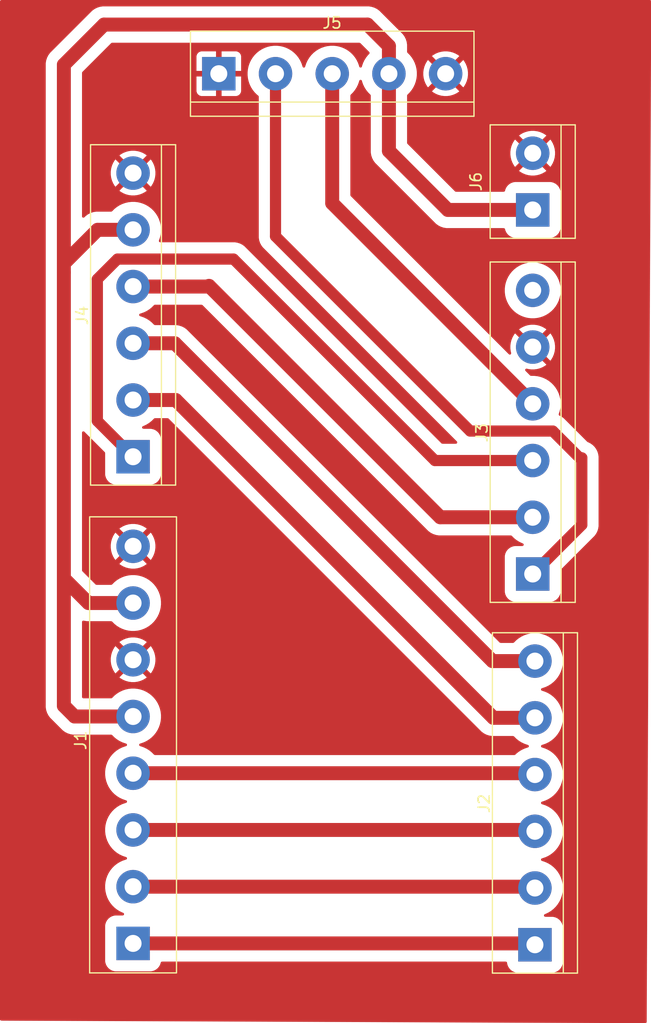
<source format=kicad_pcb>
(kicad_pcb (version 20241229) (generator "pcbnew") (generator_version "9.0")
  (layers (0 "F.Cu" signal) (2 "B.Cu" signal) (13 "F.Paste" user) (15 "B.Paste" user) (5 "F.SilkS" user "F.Silkscreen") (7 "B.SilkS" user "B.Silkscreen") (1 "F.Mask" user) (3 "B.Mask" user) (25 "Edge.Cuts" user))
  (net 0 "")
  (net 1 "/GND")
  (net 2 "/P2")
  (net 3 "/P3")
  (net 4 "/P6")
  (net 5 "/P5")
  (net 6 "/VCC")
  (net 7 "/P8")
  (net 8 "/P7")
  (net 9 "/P10")
  (net 10 "/P11")
  (net 11 "/P9")
  (net 12 "/P12")
  (footprint "TerminalBlock:TerminalBlock_bornier-2_P5.08mm" (layer "F.Cu") (at 70 34.8 90)
    (property "Reference" "J6" (at 2.54 -5.08 90) (layer "F.SilkS"))
    (property "Value" "Potencia")
    (fp_line (start 7.62 -3.81) (end -2.54 -3.81) (stroke (width 0.12)) (layer "F.SilkS"))
    (fp_line (start -2.54 -3.81) (end -2.54 3.81) (stroke (width 0.12)) (layer "F.SilkS"))
    (fp_line (start 7.62 2.54) (end -2.54 2.54) (stroke (width 0.12)) (layer "F.SilkS"))
    (fp_line (start 7.62 3.81) (end 7.62 -3.81) (stroke (width 0.12)) (layer "F.SilkS"))
    (fp_line (start -2.54 3.81) (end 7.62 3.81) (stroke (width 0.12)) (layer "F.SilkS"))
    (pad "1" thru_hole rect (at 0 0 90) (size 3 3) (drill 1.52) (layers "*.Cu" "*.Mask") (net 6 "/VCC"))
    (pad "2" thru_hole circle (at 5.08 0 90) (size 3 3) (drill 1.52) (layers "*.Cu" "*.Mask") (net 1 "/GND"))
  )
  (footprint "TerminalBlock:TerminalBlock_bornier-8_P5.08mm" (layer "F.Cu") (at 34.2 100.48 90)
    (property "Reference" "J1" (at 18.18 -4.7 90) (layer "F.SilkS"))
    (property "Value" "Taladro Encoder")
    (fp_rect (start -2.64 -3.89) (end 38.2 3.89) (stroke (width 0.12)) (fill no) (layer "F.SilkS"))
    (pad "1" thru_hole rect (at 0 0 90) (size 3 3) (drill 1.52) (layers "*.Cu" "*.Mask") (net 2 "/P2"))
    (pad "2" thru_hole circle (at 5.08 0 90) (size 3 3) (drill 1.52) (layers "*.Cu" "*.Mask") (net 3 "/P3"))
    (pad "3" thru_hole circle (at 10.16 0 90) (size 3 3) (drill 1.52) (layers "*.Cu" "*.Mask") (net 5 "/P5"))
    (pad "4" thru_hole circle (at 15.24 0 90) (size 3 3) (drill 1.52) (layers "*.Cu" "*.Mask") (net 4 "/P6"))
    (pad "5" thru_hole circle (at 20.32 0 90) (size 3 3) (drill 1.52) (layers "*.Cu" "*.Mask") (net 6 "/VCC"))
    (pad "6" thru_hole circle (at 25.4 0 90) (size 3 3) (drill 1.52) (layers "*.Cu" "*.Mask") (net 1 "/GND"))
    (pad "7" thru_hole circle (at 30.48 0 90) (size 3 3) (drill 1.52) (layers "*.Cu" "*.Mask") (net 6 "/VCC"))
    (pad "8" thru_hole circle (at 35.56 0 90) (size 3 3) (drill 1.52) (layers "*.Cu" "*.Mask") (net 1 "/GND"))
  )
  (footprint "TerminalBlock:TerminalBlock_bornier-5_P5.08mm" (layer "F.Cu") (at 41.88 22.6)
    (property "Reference" "J5" (at 10.15 -4.55 0) (layer "F.SilkS"))
    (property "Value" "Nema 17")
    (fp_line (start -2.54 -3.81) (end -2.54 3.81) (stroke (width 0.12)) (layer "F.SilkS"))
    (fp_line (start -2.54 -3.81) (end 22.86 -3.81) (stroke (width 0.12)) (layer "F.SilkS"))
    (fp_line (start -2.54 2.54) (end 22.86 2.54) (stroke (width 0.12)) (layer "F.SilkS"))
    (fp_line (start -2.54 3.81) (end 22.86 3.81) (stroke (width 0.12)) (layer "F.SilkS"))
    (fp_line (start 22.86 -3.81) (end 22.86 3.81) (stroke (width 0.12)) (layer "F.SilkS"))
    (pad "1" thru_hole rect (at 0 0) (size 3 3) (drill 1.52) (layers "*.Cu" "*.Mask") (net 1 "/GND"))
    (pad "2" thru_hole circle (at 5.08 0) (size 3 3) (drill 1.52) (layers "*.Cu" "*.Mask") (net 11 "/P9"))
    (pad "3" thru_hole circle (at 10.16 0) (size 3 3) (drill 1.52) (layers "*.Cu" "*.Mask") (net 12 "/P12"))
    (pad "4" thru_hole circle (at 15.24 0) (size 3 3) (drill 1.52) (layers "*.Cu" "*.Mask") (net 6 "/VCC"))
    (pad "5" thru_hole circle (at 20.32 0) (size 3 3) (drill 1.52) (layers "*.Cu" "*.Mask") (net 1 "/GND"))
  )
  (footprint "TerminalBlock:TerminalBlock_bornier-6_P5.08mm" (layer "F.Cu") (at 34.2 56.9 90)
    (property "Reference" "J4" (at 12.65 -4.55 90) (layer "F.SilkS"))
    (property "Value" "NPK")
    (fp_line (start -2.54 -3.81) (end 27.94 -3.81) (stroke (width 0.12)) (layer "F.SilkS"))
    (fp_line (start -2.54 -3.81) (end -2.54 3.81) (stroke (width 0.12)) (layer "F.SilkS"))
    (fp_line (start -2.54 2.54) (end 27.94 2.54) (stroke (width 0.12)) (layer "F.SilkS"))
    (fp_line (start 27.94 3.81) (end 27.94 -3.81) (stroke (width 0.12)) (layer "F.SilkS"))
    (fp_line (start -2.54 3.81) (end 27.94 3.81) (stroke (width 0.12)) (layer "F.SilkS"))
    (pad "1" thru_hole rect (at 0 0 90) (size 3 3) (drill 1.52) (layers "*.Cu" "*.Mask") (net 10 "/P11"))
    (pad "2" thru_hole circle (at 5.08 0 90) (size 3 3) (drill 1.52) (layers "*.Cu" "*.Mask") (net 8 "/P7"))
    (pad "3" thru_hole circle (at 10.16 0 90) (size 3 3) (drill 1.52) (layers "*.Cu" "*.Mask") (net 7 "/P8"))
    (pad "4" thru_hole circle (at 15.24 0 90) (size 3 3) (drill 1.52) (layers "*.Cu" "*.Mask") (net 9 "/P10"))
    (pad "5" thru_hole circle (at 20.32 0 90) (size 3 3) (drill 1.52) (layers "*.Cu" "*.Mask") (net 6 "/VCC"))
    (pad "6" thru_hole circle (at 25.4 0 90) (size 3 3) (drill 1.52) (layers "*.Cu" "*.Mask") (net 1 "/GND"))
  )
  (footprint "TerminalBlock:TerminalBlock_bornier-6_P5.08mm" (layer "F.Cu") (at 70 67.4 90)
    (property "Reference" "J3" (at 12.65 -4.55 90) (layer "F.SilkS"))
    (property "Value" "Arduino_1")
    (fp_line (start -2.54 -3.81) (end 27.94 -3.81) (stroke (width 0.12)) (layer "F.SilkS"))
    (fp_line (start -2.54 -3.81) (end -2.54 3.81) (stroke (width 0.12)) (layer "F.SilkS"))
    (fp_line (start -2.54 2.54) (end 27.94 2.54) (stroke (width 0.12)) (layer "F.SilkS"))
    (fp_line (start 27.94 3.81) (end 27.94 -3.81) (stroke (width 0.12)) (layer "F.SilkS"))
    (fp_line (start -2.54 3.81) (end 27.94 3.81) (stroke (width 0.12)) (layer "F.SilkS"))
    (pad "1" thru_hole rect (at 0 0 90) (size 3 3) (drill 1.52) (layers "*.Cu" "*.Mask") (net 11 "/P9"))
    (pad "2" thru_hole circle (at 5.08 0 90) (size 3 3) (drill 1.52) (layers "*.Cu" "*.Mask") (net 9 "/P10"))
    (pad "3" thru_hole circle (at 10.16 0 90) (size 3 3) (drill 1.52) (layers "*.Cu" "*.Mask") (net 10 "/P11"))
    (pad "4" thru_hole circle (at 15.24 0 90) (size 3 3) (drill 1.52) (layers "*.Cu" "*.Mask") (net 12 "/P12"))
    (pad "5" thru_hole circle (at 20.32 0 90) (size 3 3) (drill 1.52) (layers "*.Cu" "*.Mask") (net 1 "/GND"))
    (pad "6" thru_hole circle (at 25.4 0 90) (size 3 3) (drill 1.52) (layers "*.Cu" "*.Mask") (net 6 "/VCC"))
  )
  (footprint "TerminalBlock:TerminalBlock_bornier-6_P5.08mm" (layer "F.Cu") (at 70.2 100.6 90)
    (property "Reference" "J2" (at 12.65 -4.55 90) (layer "F.SilkS"))
    (property "Value" "Arduino_2")
    (fp_line (start -2.54 -3.81) (end 27.94 -3.81) (stroke (width 0.12)) (layer "F.SilkS"))
    (fp_line (start -2.54 -3.81) (end -2.54 3.81) (stroke (width 0.12)) (layer "F.SilkS"))
    (fp_line (start -2.54 2.54) (end 27.94 2.54) (stroke (width 0.12)) (layer "F.SilkS"))
    (fp_line (start 27.94 3.81) (end 27.94 -3.81) (stroke (width 0.12)) (layer "F.SilkS"))
    (fp_line (start -2.54 3.81) (end 27.94 3.81) (stroke (width 0.12)) (layer "F.SilkS"))
    (pad "1" thru_hole rect (at 0 0 90) (size 3 3) (drill 1.52) (layers "*.Cu" "*.Mask") (net 2 "/P2"))
    (pad "2" thru_hole circle (at 5.08 0 90) (size 3 3) (drill 1.52) (layers "*.Cu" "*.Mask") (net 3 "/P3"))
    (pad "3" thru_hole circle (at 10.16 0 90) (size 3 3) (drill 1.52) (layers "*.Cu" "*.Mask") (net 5 "/P5"))
    (pad "4" thru_hole circle (at 15.24 0 90) (size 3 3) (drill 1.52) (layers "*.Cu" "*.Mask") (net 4 "/P6"))
    (pad "5" thru_hole circle (at 20.32 0 90) (size 3 3) (drill 1.52) (layers "*.Cu" "*.Mask") (net 8 "/P7"))
    (pad "6" thru_hole circle (at 25.4 0 90) (size 3 3) (drill 1.52) (layers "*.Cu" "*.Mask") (net 7 "/P8"))
  )
  (segment (start 70.08 100.48) (end 70.2 100.6) (width 1.25) (layer "F.Cu") (net 2))
  (segment (start 34.2 100.48) (end 70.08 100.48) (width 1.25) (layer "F.Cu") (net 2))
  (segment (start 34.2 95.4) (end 70.08 95.4) (width 1.25) (layer "F.Cu") (net 3))
  (segment (start 70.08 95.4) (end 70.2 95.52) (width 1.25) (layer "F.Cu") (net 3))
  (segment (start 70.08 85.24) (end 70.2 85.36) (width 1.25) (layer "F.Cu") (net 4))
  (segment (start 34.2 85.24) (end 70.08 85.24) (width 1.25) (layer "F.Cu") (net 4))
  (segment (start 70.08 90.32) (end 70.2 90.44) (width 1.25) (layer "F.Cu") (net 5))
  (segment (start 34.2 90.32) (end 70.08 90.32) (width 1.25) (layer "F.Cu") (net 5))
  (segment (start 57.12 20.12) (end 57.12 22.6) (width 1.25) (layer "F.Cu") (net 6))
  (segment (start 28 39.6) (end 28 21.8) (width 1.25) (layer "F.Cu") (net 6))
  (segment (start 70 34.8) (end 62.4 34.8) (width 1.25) (layer "F.Cu") (net 6))
  (segment (start 34.2 70) (end 30.2 70) (width 1.25) (layer "F.Cu") (net 6))
  (segment (start 28 79.2) (end 28 67.8) (width 1.25) (layer "F.Cu") (net 6))
  (segment (start 28 21.8) (end 31.6 18.2) (width 1.25) (layer "F.Cu") (net 6))
  (segment (start 28 40.4) (end 28 39.6) (width 1.25) (layer "F.Cu") (net 6))
  (segment (start 28.96 80.16) (end 28 79.2) (width 1.25) (layer "F.Cu") (net 6))
  (segment (start 31.02 36.58) (end 34.2 36.58) (width 1.25) (layer "F.Cu") (net 6))
  (segment (start 28 67.8) (end 28 40.4) (width 1.25) (layer "F.Cu") (net 6))
  (segment (start 28 39.6) (end 31.02 36.58) (width 1.25) (layer "F.Cu") (net 6))
  (segment (start 30.2 70) (end 28 67.8) (width 1.25) (layer "F.Cu") (net 6))
  (segment (start 31.6 18.2) (end 55.2 18.2) (width 1.25) (layer "F.Cu") (net 6))
  (segment (start 62.4 34.8) (end 57.12 29.52) (width 1.25) (layer "F.Cu") (net 6))
  (segment (start 34.2 80.16) (end 28.96 80.16) (width 1.25) (layer "F.Cu") (net 6))
  (segment (start 57.12 29.52) (end 57.12 22.6) (width 1.25) (layer "F.Cu") (net 6))
  (segment (start 55.2 18.2) (end 57.12 20.12) (width 1.25) (layer "F.Cu") (net 6))
  (segment (start 37.94 46.74) (end 66.4 75.2) (width 1.25) (layer "F.Cu") (net 7))
  (segment (start 66.4 75.2) (end 70.2 75.2) (width 1.25) (layer "F.Cu") (net 7))
  (segment (start 34.2 46.74) (end 37.94 46.74) (width 1.25) (layer "F.Cu") (net 7))
  (segment (start 66.48 80.28) (end 38.02 51.82) (width 1.25) (layer "F.Cu") (net 8))
  (segment (start 70.2 80.28) (end 66.48 80.28) (width 1.25) (layer "F.Cu") (net 8))
  (segment (start 38.02 51.82) (end 34.2 51.82) (width 1.25) (layer "F.Cu") (net 8))
  (segment (start 40.94 41.66) (end 34.2 41.66) (width 1.25) (layer "F.Cu") (net 9))
  (segment (start 61.72 62.32) (end 41 41.6) (width 1.25) (layer "F.Cu") (net 9))
  (segment (start 70 62.32) (end 61.72 62.32) (width 1.25) (layer "F.Cu") (net 9))
  (segment (start 41 41.6) (end 40.94 41.66) (width 1.25) (layer "F.Cu") (net 9))
  (segment (start 34.2 56.9) (end 31 53.7) (width 1) (layer "F.Cu") (net 10))
  (segment (start 32.8 39.2) (end 43.2 39.2) (width 1) (layer "F.Cu") (net 10))
  (segment (start 31 53.7) (end 31 41) (width 1) (layer "F.Cu") (net 10))
  (segment (start 61.24 57.24) (end 70 57.24) (width 1) (layer "F.Cu") (net 10))
  (segment (start 31 41) (end 32.8 39.2) (width 1) (layer "F.Cu") (net 10))
  (segment (start 43.2 39.2) (end 61.24 57.24) (width 1) (layer "F.Cu") (net 10))
  (segment (start 46.96 22.6) (end 46.96 37.16) (width 1) (layer "F.Cu") (net 11))
  (segment (start 74.2 57) (end 74.4 57) (width 1) (layer "F.Cu") (net 11))
  (segment (start 74.4 57) (end 74.4 63) (width 1) (layer "F.Cu") (net 11))
  (segment (start 46.96 37.16) (end 64.4 54.6) (width 1) (layer "F.Cu") (net 11))
  (segment (start 64.4 54.6) (end 71.8 54.6) (width 1) (layer "F.Cu") (net 11))
  (segment (start 71.8 54.6) (end 74.2 57) (width 1) (layer "F.Cu") (net 11))
  (segment (start 74.4 63) (end 70 67.4) (width 1) (layer "F.Cu") (net 11))
  (segment (start 70 52.16) (end 52.04 34.2) (width 1.25) (layer "F.Cu") (net 12))
  (segment (start 52.04 34.2) (end 52.04 22.6) (width 1.25) (layer "F.Cu") (net 12))
  (zone (net 1) (net_name "/GND") (layer "F.Cu") (connect_pads (clearance 1)) (min_thickness 0.25) (fill yes (thermal_gap 0.5) (thermal_bridge_width 0.5))
    (polygon (pts (xy 80.212345 107.623399) (xy 80.619561 16.00027) (xy 22.278842 16.00027) (xy 22.278842 107.397935)))
  )
)
</source>
